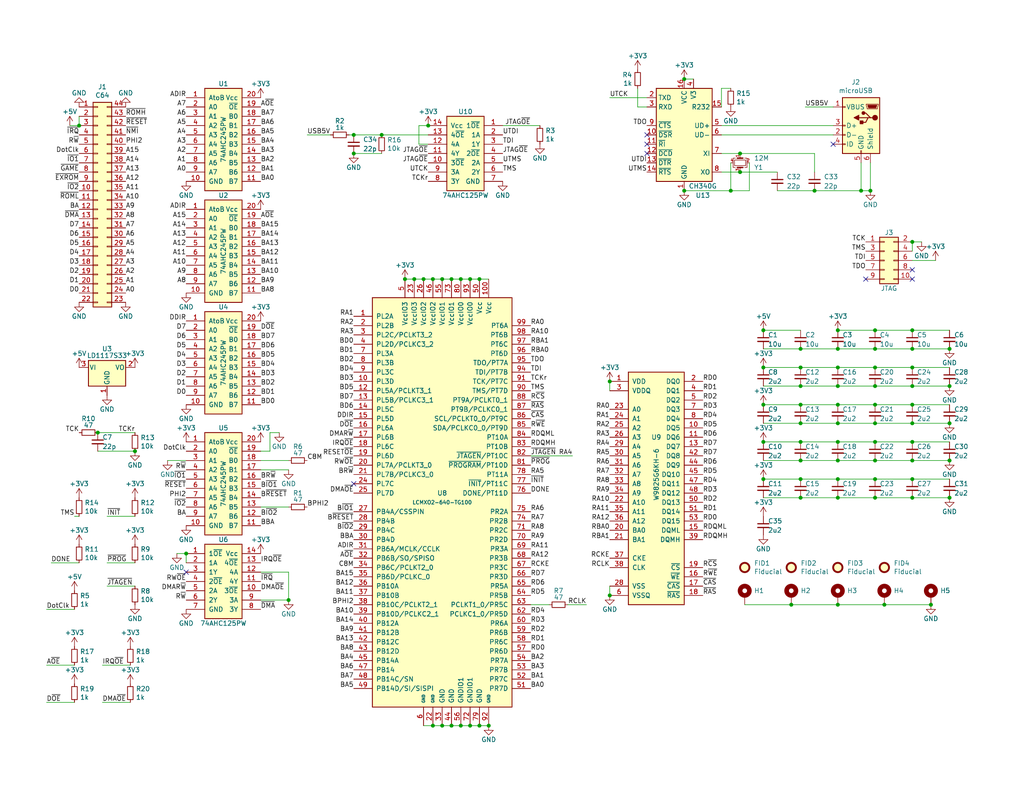
<source format=kicad_sch>
(kicad_sch (version 20211123) (generator eeschema)
  (paper "USLetter")
  (title_block (title "GW4302A") (date "2022-02-01") (rev "0.1") (company "Garrett's Workshop"))
  (junction (at 259.08 105.41))
  (junction (at 104.14 36.83))
  (junction (at 259.08 115.57))
  (junction (at 125.73 76.2))
  (junction (at 186.69 52.07))
  (junction (at 248.92 130.81))
  (junction (at 123.19 198.12))
  (junction (at 228.6 130.81))
  (junction (at 259.08 135.89))
  (junction (at 218.44 120.65))
  (junction (at 248.92 95.25))
  (junction (at 238.76 100.33))
  (junction (at 130.81 76.2))
  (junction (at 123.19 76.2))
  (junction (at 208.28 120.65))
  (junction (at 228.6 115.57))
  (junction (at 218.44 110.49))
  (junction (at 237.49 52.07))
  (junction (at 228.6 165.1))
  (junction (at 228.6 95.25))
  (junction (at 248.92 135.89))
  (junction (at 218.44 100.33))
  (junction (at 228.6 120.65))
  (junction (at 118.11 76.2))
  (junction (at 96.52 36.83))
  (junction (at 228.6 90.17))
  (junction (at 218.44 115.57))
  (junction (at 238.76 105.41))
  (junction (at 130.81 198.12))
  (junction (at 248.92 115.57))
  (junction (at 228.6 100.33))
  (junction (at 36.83 123.19))
  (junction (at 238.76 130.81))
  (junction (at 201.93 41.91))
  (junction (at 248.92 110.49))
  (junction (at 120.65 198.12))
  (junction (at 238.76 135.89))
  (junction (at 228.6 125.73))
  (junction (at 208.28 100.33))
  (junction (at 208.28 130.81))
  (junction (at 215.9 165.1))
  (junction (at 248.92 120.65))
  (junction (at 96.52 41.91))
  (junction (at 78.74 163.83))
  (junction (at 218.44 125.73))
  (junction (at 50.8 151.13))
  (junction (at 254 165.1))
  (junction (at 118.11 198.12))
  (junction (at 241.3 165.1))
  (junction (at 218.44 105.41))
  (junction (at 248.92 90.17))
  (junction (at 208.28 110.49))
  (junction (at 21.59 34.29))
  (junction (at 238.76 120.65))
  (junction (at 115.57 76.2))
  (junction (at 166.37 104.14))
  (junction (at 125.73 198.12))
  (junction (at 208.28 90.17))
  (junction (at 228.6 110.49))
  (junction (at 238.76 125.73))
  (junction (at 218.44 135.89))
  (junction (at 238.76 95.25))
  (junction (at 166.37 162.56))
  (junction (at 218.44 130.81))
  (junction (at 110.49 76.2))
  (junction (at 259.08 95.25))
  (junction (at 113.03 76.2))
  (junction (at 133.35 198.12))
  (junction (at 248.92 66.04))
  (junction (at 186.69 21.59))
  (junction (at 201.93 46.99))
  (junction (at 26.67 118.11))
  (junction (at 218.44 95.25))
  (junction (at 238.76 115.57))
  (junction (at 228.6 105.41))
  (junction (at 234.95 52.07))
  (junction (at 238.76 90.17))
  (junction (at 128.27 76.2))
  (junction (at 248.92 105.41))
  (junction (at 199.39 52.07))
  (junction (at 259.08 125.73))
  (junction (at 228.6 135.89))
  (junction (at 238.76 110.49))
  (junction (at 248.92 100.33))
  (junction (at 116.84 34.29))
  (junction (at 248.92 125.73))
  (junction (at 128.27 198.12))
  (junction (at 222.25 52.07))
  (junction (at 120.65 76.2))
  (no_connect (at 176.53 36.83))
  (no_connect (at 50.8 156.21))
  (no_connect (at 248.92 73.66))
  (no_connect (at 176.53 41.91))
  (no_connect (at 176.53 39.37))
  (no_connect (at 96.52 132.08))
  (no_connect (at 236.22 76.2))
  (no_connect (at 227.33 39.37))
  (no_connect (at 248.92 76.2))
  (wire (pts (xy 228.6 135.89) (xy 218.44 135.89)))
  (wire (pts (xy 115.57 76.2) (xy 118.11 76.2)))
  (wire (pts (xy 248.92 135.89) (xy 238.76 135.89)))
  (wire (pts (xy 208.28 125.73) (xy 218.44 125.73)))
  (wire (pts (xy 238.76 130.81) (xy 248.92 130.81)))
  (wire (pts (xy 29.21 153.67) (xy 36.83 153.67)))
  (wire (pts (xy 128.27 198.12) (xy 125.73 198.12)))
  (wire (pts (xy 78.74 125.73) (xy 71.12 125.73)))
  (wire (pts (xy 218.44 120.65) (xy 208.28 120.65)))
  (wire (pts (xy 228.6 125.73) (xy 238.76 125.73)))
  (wire (pts (xy 166.37 162.56) (xy 166.37 160.02)))
  (wire (pts (xy 95.25 36.83) (xy 96.52 36.83)))
  (wire (pts (xy 218.44 130.81) (xy 228.6 130.81)))
  (wire (pts (xy 123.19 198.12) (xy 120.65 198.12)))
  (wire (pts (xy 133.35 198.12) (xy 130.81 198.12)))
  (wire (pts (xy 196.85 41.91) (xy 201.93 41.91)))
  (wire (pts (xy 222.25 52.07) (xy 212.09 52.07)))
  (wire (pts (xy 248.92 95.25) (xy 259.08 95.25)))
  (wire (pts (xy 196.85 36.83) (xy 227.33 36.83)))
  (wire (pts (xy 248.92 115.57) (xy 259.08 115.57)))
  (wire (pts (xy 189.23 21.59) (xy 186.69 21.59)))
  (wire (pts (xy 228.6 125.73) (xy 218.44 125.73)))
  (wire (pts (xy 196.85 29.21) (xy 196.85 24.13)))
  (wire (pts (xy 237.49 44.45) (xy 237.49 52.07)))
  (wire (pts (xy 114.3 34.29) (xy 116.84 34.29)))
  (wire (pts (xy 120.65 76.2) (xy 123.19 76.2)))
  (wire (pts (xy 12.7 181.61) (xy 20.32 181.61)))
  (wire (pts (xy 248.92 95.25) (xy 238.76 95.25)))
  (wire (pts (xy 248.92 135.89) (xy 259.08 135.89)))
  (wire (pts (xy 248.92 90.17) (xy 259.08 90.17)))
  (wire (pts (xy 125.73 198.12) (xy 123.19 198.12)))
  (wire (pts (xy 218.44 120.65) (xy 228.6 120.65)))
  (wire (pts (xy 166.37 104.14) (xy 166.37 106.68)))
  (wire (pts (xy 238.76 90.17) (xy 248.92 90.17)))
  (wire (pts (xy 218.44 130.81) (xy 208.28 130.81)))
  (wire (pts (xy 71.12 163.83) (xy 78.74 163.83)))
  (wire (pts (xy 78.74 156.21) (xy 71.12 156.21)))
  (wire (pts (xy 218.44 110.49) (xy 208.28 110.49)))
  (wire (pts (xy 219.71 29.21) (xy 227.33 29.21)))
  (wire (pts (xy 199.39 44.45) (xy 199.39 52.07)))
  (wire (pts (xy 237.49 52.07) (xy 234.95 52.07)))
  (wire (pts (xy 228.6 95.25) (xy 238.76 95.25)))
  (wire (pts (xy 248.92 125.73) (xy 238.76 125.73)))
  (wire (pts (xy 204.47 52.07) (xy 199.39 52.07)))
  (wire (pts (xy 130.81 198.12) (xy 128.27 198.12)))
  (wire (pts (xy 50.8 151.13) (xy 50.8 153.67)))
  (wire (pts (xy 78.74 138.43) (xy 71.12 138.43)))
  (wire (pts (xy 114.3 39.37) (xy 116.84 39.37)))
  (wire (pts (xy 104.14 36.83) (xy 116.84 36.83)))
  (wire (pts (xy 76.2 118.11) (xy 73.66 118.11)))
  (wire (pts (xy 73.66 123.19) (xy 71.12 123.19)))
  (wire (pts (xy 227.33 34.29) (xy 196.85 34.29)))
  (wire (pts (xy 228.6 95.25) (xy 218.44 95.25)))
  (wire (pts (xy 222.25 52.07) (xy 234.95 52.07)))
  (wire (pts (xy 36.83 123.19) (xy 26.67 123.19)))
  (wire (pts (xy 27.94 181.61) (xy 35.56 181.61)))
  (wire (pts (xy 104.14 41.91) (xy 96.52 41.91)))
  (wire (pts (xy 130.81 76.2) (xy 133.35 76.2)))
  (wire (pts (xy 222.25 41.91) (xy 222.25 46.99)))
  (wire (pts (xy 110.49 76.2) (xy 113.03 76.2)))
  (wire (pts (xy 248.92 125.73) (xy 259.08 125.73)))
  (wire (pts (xy 149.86 165.1) (xy 144.78 165.1)))
  (wire (pts (xy 160.02 165.1) (xy 154.94 165.1)))
  (wire (pts (xy 248.92 105.41) (xy 259.08 105.41)))
  (wire (pts (xy 228.6 115.57) (xy 218.44 115.57)))
  (wire (pts (xy 248.92 105.41) (xy 238.76 105.41)))
  (wire (pts (xy 166.37 26.67) (xy 176.53 26.67)))
  (wire (pts (xy 228.6 110.49) (xy 238.76 110.49)))
  (wire (pts (xy 238.76 100.33) (xy 248.92 100.33)))
  (wire (pts (xy 196.85 24.13) (xy 199.39 24.13)))
  (wire (pts (xy 228.6 165.1) (xy 215.9 165.1)))
  (wire (pts (xy 71.12 128.27) (xy 78.74 128.27)))
  (wire (pts (xy 248.92 120.65) (xy 259.08 120.65)))
  (wire (pts (xy 204.47 44.45) (xy 204.47 52.07)))
  (wire (pts (xy 208.28 115.57) (xy 218.44 115.57)))
  (wire (pts (xy 45.72 125.73) (xy 50.8 125.73)))
  (wire (pts (xy 238.76 120.65) (xy 248.92 120.65)))
  (wire (pts (xy 218.44 110.49) (xy 228.6 110.49)))
  (wire (pts (xy 228.6 100.33) (xy 238.76 100.33)))
  (wire (pts (xy 125.73 76.2) (xy 128.27 76.2)))
  (wire (pts (xy 186.69 52.07) (xy 199.39 52.07)))
  (wire (pts (xy 208.28 135.89) (xy 218.44 135.89)))
  (wire (pts (xy 12.7 191.77) (xy 20.32 191.77)))
  (wire (pts (xy 228.6 105.41) (xy 238.76 105.41)))
  (wire (pts (xy 156.21 124.46) (xy 144.78 124.46)))
  (wire (pts (xy 114.3 34.29) (xy 114.3 39.37)))
  (wire (pts (xy 228.6 130.81) (xy 238.76 130.81)))
  (wire (pts (xy 238.76 110.49) (xy 248.92 110.49)))
  (wire (pts (xy 248.92 110.49) (xy 259.08 110.49)))
  (wire (pts (xy 228.6 90.17) (xy 238.76 90.17)))
  (wire (pts (xy 248.92 130.81) (xy 259.08 130.81)))
  (wire (pts (xy 255.27 71.12) (xy 248.92 71.12)))
  (wire (pts (xy 215.9 165.1) (xy 203.2 165.1)))
  (wire (pts (xy 228.6 120.65) (xy 238.76 120.65)))
  (wire (pts (xy 218.44 90.17) (xy 208.28 90.17)))
  (wire (pts (xy 123.19 76.2) (xy 125.73 76.2)))
  (wire (pts (xy 13.97 153.67) (xy 21.59 153.67)))
  (wire (pts (xy 218.44 100.33) (xy 228.6 100.33)))
  (wire (pts (xy 248.92 115.57) (xy 238.76 115.57)))
  (wire (pts (xy 234.95 44.45) (xy 234.95 52.07)))
  (wire (pts (xy 208.28 95.25) (xy 218.44 95.25)))
  (wire (pts (xy 27.94 191.77) (xy 35.56 191.77)))
  (wire (pts (xy 241.3 165.1) (xy 228.6 165.1)))
  (wire (pts (xy 201.93 41.91) (xy 222.25 41.91)))
  (wire (pts (xy 26.67 118.11) (xy 36.83 118.11)))
  (wire (pts (xy 118.11 198.12) (xy 115.57 198.12)))
  (wire (pts (xy 218.44 100.33) (xy 208.28 100.33)))
  (wire (pts (xy 254 165.1) (xy 241.3 165.1)))
  (wire (pts (xy 90.17 36.83) (xy 83.82 36.83)))
  (wire (pts (xy 118.11 76.2) (xy 120.65 76.2)))
  (wire (pts (xy 96.52 36.83) (xy 104.14 36.83)))
  (wire (pts (xy 228.6 105.41) (xy 218.44 105.41)))
  (wire (pts (xy 248.92 100.33) (xy 259.08 100.33)))
  (wire (pts (xy 12.7 166.37) (xy 20.32 166.37)))
  (wire (pts (xy 208.28 105.41) (xy 218.44 105.41)))
  (wire (pts (xy 196.85 46.99) (xy 201.93 46.99)))
  (wire (pts (xy 248.92 66.04) (xy 248.92 68.58)))
  (wire (pts (xy 173.99 29.21) (xy 176.53 29.21)))
  (wire (pts (xy 19.05 34.29) (xy 21.59 34.29)))
  (wire (pts (xy 29.21 140.97) (xy 36.83 140.97)))
  (wire (pts (xy 113.03 76.2) (xy 115.57 76.2)))
  (wire (pts (xy 228.6 115.57) (xy 238.76 115.57)))
  (wire (pts (xy 201.93 46.99) (xy 212.09 46.99)))
  (wire (pts (xy 73.66 118.11) (xy 73.66 123.19)))
  (wire (pts (xy 128.27 76.2) (xy 130.81 76.2)))
  (wire (pts (xy 228.6 135.89) (xy 238.76 135.89)))
  (wire (pts (xy 173.99 29.21) (xy 173.99 24.13)))
  (wire (pts (xy 78.74 163.83) (xy 78.74 156.21)))
  (wire (pts (xy 48.26 151.13) (xy 50.8 151.13)))
  (wire (pts (xy 137.16 34.29) (xy 147.32 34.29)))
  (wire (pts (xy 29.21 160.02) (xy 36.83 160.02)))
  (wire (pts (xy 120.65 198.12) (xy 118.11 198.12)))
  (wire (pts (xy 20.32 140.97) (xy 21.59 140.97)))
  (wire (pts (xy 21.59 34.29) (xy 21.59 31.75)))
  (wire (pts (xy 248.92 66.04) (xy 251.46 66.04)))
  (label "A3" (at 50.8 39.37 180))
  (label "BA5" (at 71.12 36.83 0))
  (label "D0" (at 21.59 80.01 180))
  (label "TCK" (at 21.59 118.11 180))
  (label "RDQML" (at 191.77 144.78 0))
  (label "IRQ~{OE}" (at 27.94 181.61 0))
  (label "~{IO1}" (at 50.8 130.81 180))
  (label "D3" (at 50.8 100.33 180))
  (label "BA0" (at 144.78 187.96 0))
  (label "D5" (at 50.8 95.25 180))
  (label "D4" (at 50.8 97.79 180))
  (label "~{GAME}" (at 21.59 46.99 180))
  (label "RD2" (at 144.78 172.72 0))
  (label "RA7" (at 144.78 142.24 0))
  (label "~{RESET}" (at 34.29 34.29 0))
  (label "A5" (at 50.8 34.29 180))
  (label "D2" (at 21.59 74.93 180))
  (label "B~{RESET}" (at 96.52 142.24 180))
  (label "RD7" (at 144.78 157.48 0))
  (label "A8" (at 50.8 77.47 180))
  (label "RA2" (at 96.52 88.9 180))
  (label "BD5" (at 71.12 97.79 0))
  (label "RA6" (at 166.37 127 180))
  (label "BA12" (at 96.52 160.02 180))
  (label "R~{W}" (at 50.8 128.27 180))
  (label "D~{OE}" (at 96.52 116.84 180))
  (label "RBA0" (at 144.78 96.52 0))
  (label "D5" (at 21.59 67.31 180))
  (label "A15" (at 50.8 59.69 180))
  (label "ADIR" (at 50.8 57.15 180))
  (label "PHI2" (at 34.29 39.37 0))
  (label "C8M" (at 96.52 154.94 180))
  (label "A~{OE}" (at 96.52 152.4 180))
  (label "BA7" (at 71.12 31.75 0))
  (label "A10" (at 50.8 72.39 180))
  (label "RD1" (at 144.78 175.26 0))
  (label "BD4" (at 71.12 100.33 0))
  (label "RD6" (at 191.77 119.38 0))
  (label "JTAG~{OE}" (at 144.78 34.29 180))
  (label "BD0" (at 71.12 110.49 0))
  (label "JTAG~{OE}" (at 137.16 41.91 0))
  (label "DMAR~{W}" (at 96.52 119.38 180))
  (label "BD7" (at 96.52 109.22 180))
  (label "A6" (at 34.29 64.77 0))
  (label "BA14" (at 71.12 64.77 0))
  (label "R~{WE}" (at 191.77 157.48 0))
  (label "RD1" (at 191.77 139.7 0))
  (label "BA13" (at 96.52 175.26 180))
  (label "RDQMH" (at 191.77 147.32 0))
  (label "RCLK" (at 160.02 165.1 180))
  (label "BA14" (at 96.52 170.18 180))
  (label "B~{RESET}" (at 71.12 135.89 0))
  (label "RBA1" (at 144.78 93.98 0))
  (label "BA9" (at 96.52 172.72 180))
  (label "UTCK" (at 166.37 26.67 0))
  (label "BD1" (at 71.12 107.95 0))
  (label "TDI" (at 137.16 39.37 0))
  (label "A13" (at 34.29 46.99 0))
  (label "D6" (at 50.8 92.71 180))
  (label "BD2" (at 96.52 99.06 180))
  (label "D2" (at 50.8 102.87 180))
  (label "DDIR" (at 96.52 114.3 180))
  (label "DONE" (at 144.78 134.62 0))
  (label "RD5" (at 191.77 116.84 0))
  (label "RCKE" (at 166.37 152.4 180))
  (label "RA6" (at 144.78 139.7 0))
  (label "~{INIT}" (at 29.21 140.97 0))
  (label "RCLK" (at 166.37 154.94 180))
  (label "RA7" (at 166.37 129.54 180))
  (label "A0" (at 50.8 46.99 180))
  (label "~{IRQ}" (at 71.12 158.75 0))
  (label "RD6" (at 144.78 160.02 0))
  (label "D4" (at 21.59 69.85 180))
  (label "RA10" (at 144.78 91.44 0))
  (label "~{RAS}" (at 144.78 111.76 0))
  (label "A5" (at 34.29 67.31 0))
  (label "DotClk" (at 21.59 41.91 180))
  (label "A7" (at 34.29 62.23 0))
  (label "A7" (at 50.8 29.21 180))
  (label "PHI2" (at 50.8 135.89 180))
  (label "~{ROMH}" (at 34.29 31.75 0))
  (label "BPHI2" (at 96.52 165.1 180))
  (label "BA2" (at 71.12 44.45 0))
  (label "RD5" (at 144.78 162.56 0))
  (label "A9" (at 50.8 74.93 180))
  (label "UTMS" (at 137.16 44.45 0))
  (label "BA10" (at 71.12 74.93 0))
  (label "BA1" (at 144.78 185.42 0))
  (label "USB5V" (at 83.82 36.83 0))
  (label "RA0" (at 166.37 111.76 180))
  (label "A10" (at 34.29 54.61 0))
  (label "BD4" (at 96.52 101.6 180))
  (label "RA5" (at 144.78 129.54 0))
  (label "TMS" (at 137.16 46.99 0))
  (label "BD3" (at 96.52 104.14 180))
  (label "~{CAS}" (at 144.78 114.3 0))
  (label "BD2" (at 71.12 105.41 0))
  (label "DDIR" (at 50.8 87.63 180))
  (label "UTMS" (at 176.53 46.99 180))
  (label "TMS" (at 236.22 68.58 180))
  (label "RA10" (at 166.37 137.16 180))
  (label "TMS" (at 20.32 140.97 180))
  (label "DONE" (at 13.97 153.67 0))
  (label "ADIR" (at 96.52 149.86 180))
  (label "~{IO2}" (at 21.59 52.07 180))
  (label "RD2" (at 191.77 137.16 0))
  (label "RD7" (at 191.77 124.46 0))
  (label "C8M" (at 83.82 125.73 0))
  (label "BA3" (at 144.78 182.88 0))
  (label "BA" (at 50.8 140.97 180))
  (label "BD1" (at 96.52 96.52 180))
  (label "TCK" (at 236.22 66.04 180))
  (label "~{RAS}" (at 191.77 162.56 0))
  (label "BA3" (at 71.12 41.91 0))
  (label "A~{OE}" (at 12.7 181.61 0))
  (label "A0" (at 34.29 80.01 0))
  (label "RDQMH" (at 144.78 121.92 0))
  (label "BA7" (at 96.52 185.42 180))
  (label "BA6" (at 96.52 182.88 180))
  (label "UTDI" (at 176.53 44.45 180))
  (label "RDQML" (at 144.78 119.38 0))
  (label "BD6" (at 71.12 95.25 0))
  (label "RESET~{OE}" (at 96.52 124.46 180))
  (label "BA15" (at 96.52 157.48 180))
  (label "RA11" (at 166.37 139.7 180))
  (label "UTDI" (at 137.16 36.83 0))
  (label "JTAG~{OE}" (at 116.84 44.45 180))
  (label "RD5" (at 191.77 129.54 0))
  (label "BA2" (at 144.78 180.34 0))
  (label "BD0" (at 96.52 93.98 180))
  (label "~{INIT}" (at 144.78 132.08 0))
  (label "RA3" (at 166.37 119.38 180))
  (label "B~{IO2}" (at 71.12 140.97 0))
  (label "ADIR" (at 50.8 26.67 180))
  (label "A4" (at 34.29 69.85 0))
  (label "BR~{W}" (at 71.12 130.81 0))
  (label "DMA~{OE}" (at 27.94 191.77 0))
  (label "RBA1" (at 166.37 147.32 180))
  (label "A15" (at 34.29 41.91 0))
  (label "BA9" (at 71.12 77.47 0))
  (label "RD6" (at 191.77 127 0))
  (label "TDI" (at 144.78 101.6 0))
  (label "RBA0" (at 166.37 144.78 180))
  (label "A3" (at 34.29 72.39 0))
  (label "A1" (at 50.8 44.45 180))
  (label "A8" (at 34.29 59.69 0))
  (label "A2" (at 34.29 74.93 0))
  (label "BA8" (at 71.12 80.01 0))
  (label "BA11" (at 71.12 72.39 0))
  (label "RD3" (at 191.77 134.62 0))
  (label "~{ROML}" (at 21.59 54.61 180))
  (label "BD5" (at 96.52 106.68 180))
  (label "A14" (at 34.29 44.45 0))
  (label "A11" (at 50.8 69.85 180))
  (label "R~{W}" (at 21.59 39.37 180))
  (label "R~{CS}" (at 144.78 109.22 0))
  (label "RA4" (at 156.21 124.46 180))
  (label "A12" (at 34.29 49.53 0))
  (label "RD4" (at 144.78 167.64 0))
  (label "B~{IO2}" (at 96.52 144.78 180))
  (label "TCKr" (at 116.84 49.53 180))
  (label "BA0" (at 71.12 49.53 0))
  (label "RA12" (at 166.37 142.24 180))
  (label "~{PROG}" (at 144.78 127 0))
  (label "TDO" (at 236.22 73.66 180))
  (label "RA3" (at 96.52 91.44 180))
  (label "TDO" (at 176.53 34.29 180))
  (label "A~{OE}" (at 71.12 29.21 0))
  (label "BA4" (at 71.12 39.37 0))
  (label "USB5V" (at 219.71 29.21 0))
  (label "UTCK" (at 116.84 46.99 180))
  (label "D6" (at 21.59 64.77 180))
  (label "TMS" (at 144.78 106.68 0))
  (label "RA2" (at 166.37 116.84 180))
  (label "D1" (at 21.59 77.47 180))
  (label "BA11" (at 96.52 162.56 180))
  (label "BA5" (at 96.52 187.96 180))
  (label "A2" (at 50.8 41.91 180))
  (label "RA9" (at 144.78 147.32 0))
  (label "~{JTAGEN}" (at 144.78 124.46 0))
  (label "RW~{OE}" (at 96.52 127 180))
  (label "IRQ~{OE}" (at 96.52 121.92 180))
  (label "D1" (at 50.8 105.41 180))
  (label "RA5" (at 166.37 124.46 180))
  (label "BD6" (at 96.52 111.76 180))
  (label "TDI" (at 236.22 71.12 180))
  (label "RD7" (at 191.77 121.92 0))
  (label "A~{OE}" (at 71.12 59.69 0))
  (label "RA0" (at 144.78 88.9 0))
  (label "RA8" (at 144.78 144.78 0))
  (label "D7" (at 21.59 62.23 180))
  (label "D3" (at 21.59 72.39 180))
  (label "RA9" (at 166.37 134.62 180))
  (label "RA1" (at 166.37 114.3 180))
  (label "A9" (at 34.29 57.15 0))
  (label "D~{OE}" (at 12.7 191.77 0))
  (label "~{CAS}" (at 191.77 160.02 0))
  (label "IRQ~{OE}" (at 71.12 153.67 0))
  (label "BA" (at 21.59 57.15 180))
  (label "RA8" (at 166.37 132.08 180))
  (label "~{EXROM}" (at 21.59 49.53 180))
  (label "DotClk" (at 12.7 166.37 0))
  (label "RD2" (at 191.77 109.22 0))
  (label "A12" (at 50.8 67.31 180))
  (label "B~{IO1}" (at 71.12 133.35 0))
  (label "~{RESET}" (at 50.8 133.35 180))
  (label "~{PROG}" (at 29.21 153.67 0))
  (label "~{JTAGEN}" (at 29.21 160.02 0))
  (label "A14" (at 50.8 62.23 180))
  (label "BA4" (at 96.52 180.34 180))
  (label "A11" (at 34.29 52.07 0))
  (label "RA4" (at 166.37 121.92 180))
  (label "DMA~{OE}" (at 71.12 161.29 0))
  (label "B~{IO1}" (at 96.52 139.7 180))
  (label "BA8" (at 96.52 177.8 180))
  (label "TCKr" (at 144.78 104.14 0))
  (label "BBA" (at 96.52 147.32 180))
  (label "BR~{W}" (at 96.52 129.54 180))
  (label "RD0" (at 191.77 142.24 0))
  (label "A1" (at 34.29 77.47 0))
  (label "BA15" (at 71.12 62.23 0))
  (label "RA1" (at 96.52 86.36 180))
  (label "A6" (at 50.8 31.75 180))
  (label "DotClk" (at 50.8 123.19 180))
  (label "D7" (at 50.8 90.17 180))
  (label "R~{WE}" (at 144.78 116.84 0))
  (label "RD3" (at 144.78 170.18 0))
  (label "~{IO1}" (at 21.59 44.45 180))
  (label "RD0" (at 191.77 104.14 0))
  (label "RD4" (at 191.77 114.3 0))
  (label "RW~{OE}" (at 50.8 158.75 180))
  (label "JTAG~{OE}" (at 116.84 41.91 180))
  (label "RCKE" (at 144.78 154.94 0))
  (label "~{IO2}" (at 50.8 138.43 180))
  (label "BA12" (at 71.12 69.85 0))
  (label "BA1" (at 71.12 46.99 0))
  (label "R~{W}" (at 50.8 163.83 180))
  (label "BA6" (at 71.12 34.29 0))
  (label "RD0" (at 144.78 177.8 0))
  (label "BD3" (at 71.12 102.87 0))
  (label "BD7" (at 71.12 92.71 0))
  (label "DMA~{OE}" (at 96.52 134.62 180))
  (label "R~{CS}" (at 191.77 154.94 0))
  (label "RD4" (at 191.77 132.08 0))
  (label "RA11" (at 144.78 149.86 0))
  (label "D0" (at 50.8 107.95 180))
  (label "RA12" (at 144.78 152.4 0))
  (label "RD1" (at 191.77 106.68 0))
  (label "~{NMI}" (at 34.29 36.83 0))
  (label "BA10" (at 96.52 167.64 180))
  (label "RD3" (at 191.77 111.76 0))
  (label "A13" (at 50.8 64.77 180))
  (label "A4" (at 50.8 36.83 180))
  (label "DMAR~{W}" (at 50.8 161.29 180))
  (label "~{IRQ}" (at 21.59 36.83 180))
  (label "TDO" (at 144.78 99.06 0))
  (label "~{DMA}" (at 71.12 166.37 0))
  (label "~{DMA}" (at 21.59 59.69 180))
  (label "BPHI2" (at 83.82 138.43 0))
  (label "D~{OE}" (at 71.12 90.17 0))
  (label "BBA" (at 71.12 143.51 0))
  (label "BA13" (at 71.12 67.31 0))
  (label "TCKr" (at 36.83 118.11 180))
  (symbol (lib_id "Regulator_Linear:LD1117S33TR_SOT223") (at 29.21 100.33 0) (unit 1)
    (property "Reference" "U3" (at 29.21 95.25 0))
    (property "Value" "LD1117S33" (at 29.21 97.79 0) (effects (justify bottom)))
    (property "Footprint" "stdpads:SOT-223" (effects hide))
    (property "Datasheet" "http://www.st.com/st-web-ui/static/active/en/resource/technical/document/datasheet/CD00000544.pdf" (effects hide))
    (property "LCSC Part" "C108494" (effects hide))
  )
  (symbol (lib_id "Mechanical:Fiducial") (at 203.2 154.94 0) (unit 1)
    (property "Reference" "FID1" (at 205.74 153.7716 0) (effects (justify left)))
    (property "Value" "Fiducial" (at 205.74 156.083 0) (effects (justify left)))
    (property "Footprint" "stdpads:Fiducial" (effects hide))
  )
  (symbol (lib_id "Mechanical:MountingHole_Pad") (at 203.2 162.56 0) (unit 1)
    (property "Reference" "H1" (at 205.74 161.2646 0) (effects (justify left)))
    (property "Value" " " (at 205.74 163.576 0) (effects (justify left)))
    (property "Footprint" "stdpads:PasteHole_1.1mm_PTH" (effects hide))
  )
  (symbol (lib_id "Mechanical:MountingHole_Pad") (at 228.6 162.56 0) (unit 1)
    (property "Reference" "H3" (at 231.14 161.2646 0) (effects (justify left)))
    (property "Value" " " (at 231.14 163.576 0) (effects (justify left)))
    (property "Footprint" "stdpads:PasteHole_1.152mm_NPTH" (effects hide))
  )
  (symbol (lib_id "Mechanical:MountingHole_Pad") (at 215.9 162.56 0) (mirror y) (unit 1)
    (property "Reference" "H2" (at 218.44 161.2646 0) (effects (justify right)))
    (property "Value" " " (at 218.44 163.576 0) (effects (justify right)))
    (property "Footprint" "stdpads:PasteHole_1.1mm_PTH" (effects hide))
  )
  (symbol (lib_id "Mechanical:MountingHole_Pad") (at 241.3 162.56 0) (mirror y) (unit 1)
    (property "Reference" "H4" (at 243.84 161.2646 0) (effects (justify right)))
    (property "Value" " " (at 243.84 163.576 0) (effects (justify right)))
    (property "Footprint" "stdpads:PasteHole_1.152mm_NPTH" (effects hide))
  )
  (symbol (lib_id "power:+5V") (at 21.59 100.33 0) (mirror y) (unit 1)
    (property "Reference" "#PWR0135" (effects hide))
    (property "Value" "+5V" (at 21.59 96.52 0))
  )
  (symbol (lib_id "power:GND") (at 29.21 107.95 0) (mirror y) (unit 1)
    (property "Reference" "#PWR0136" (effects hide))
    (property "Value" "GND" (at 29.21 111.76 0))
  )
  (symbol (lib_id "Mechanical:Fiducial") (at 215.9 154.94 0) (unit 1)
    (property "Reference" "FID2" (at 218.44 153.7716 0) (effects (justify left)))
    (property "Value" "Fiducial" (at 218.44 156.083 0) (effects (justify left)))
    (property "Footprint" "stdpads:Fiducial" (effects hide))
  )
  (symbol (lib_id "Mechanical:Fiducial") (at 228.6 154.94 0) (unit 1)
    (property "Reference" "FID3" (at 231.14 153.7716 0) (effects (justify left)))
    (property "Value" "Fiducial" (at 231.14 156.083 0) (effects (justify left)))
    (property "Footprint" "stdpads:Fiducial" (effects hide))
  )
  (symbol (lib_id "Mechanical:Fiducial") (at 241.3 154.94 0) (unit 1)
    (property "Reference" "FID4" (at 243.84 153.7716 0) (effects (justify left)))
    (property "Value" "Fiducial" (at 243.84 156.083 0) (effects (justify left)))
    (property "Footprint" "stdpads:Fiducial" (effects hide))
  )
  (symbol (lib_id "power:+3V3") (at 36.83 100.33 0) (unit 1)
    (property "Reference" "#PWR0112" (effects hide))
    (property "Value" "+3V3" (at 36.83 96.52 0))
  )
  (symbol (lib_id "Connector_Generic:Conn_02x22_Counter_Clockwise") (at 26.67 54.61 0) (unit 1)
    (property "Reference" "J1" (at 27.94 23.6982 0))
    (property "Value" "C64" (at 27.94 26.0096 0))
    (property "Footprint" "stdpads:AppleIIgsMemoryExpansion_Edge" (effects hide))
  )
  (symbol (lib_id "power:GND") (at 21.59 29.21 180) (unit 1)
    (property "Reference" "#PWR0121" (effects hide))
    (property "Value" "GND" (at 21.59 25.4 0))
  )
  (symbol (lib_id "power:+5V") (at 19.05 34.29 0) (unit 1)
    (property "Reference" "#PWR0122" (effects hide))
    (property "Value" "+5V" (at 19.05 30.48 0))
  )
  (symbol (lib_id "power:GND") (at 21.59 82.55 0) (unit 1)
    (property "Reference" "#PWR0123" (effects hide))
    (property "Value" "GND" (at 21.59 86.36 0))
  )
  (symbol (lib_id "power:GND") (at 34.29 82.55 0) (unit 1)
    (property "Reference" "#PWR0124" (effects hide))
    (property "Value" "GND" (at 34.29 86.36 0))
  )
  (symbol (lib_id "power:GND") (at 34.29 29.21 180) (unit 1)
    (property "Reference" "#PWR0125" (effects hide))
    (property "Value" "GND" (at 34.29 25.4 0))
  )
  (symbol (lib_id "power:+5V") (at 208.28 90.17 0) (mirror y) (unit 1)
    (property "Reference" "#PWR0104" (effects hide))
    (property "Value" "+5V" (at 208.28 86.36 0))
  )
  (symbol (lib_id "power:+3V3") (at 228.6 90.17 0) (unit 1)
    (property "Reference" "#PWR0105" (effects hide))
    (property "Value" "+3V3" (at 228.6 86.36 0))
  )
  (symbol (lib_id "power:GND") (at 259.08 95.25 0) (mirror y) (unit 1)
    (property "Reference" "#PWR0107" (effects hide))
    (property "Value" "GND" (at 259.08 99.06 0))
  )
  (symbol (lib_id "Device:C_Small") (at 208.28 92.71 0) (unit 1)
    (property "Reference" "C1" (at 209.55 91.44 0) (effects (justify left)))
    (property "Value" "10u" (at 209.55 93.98 0) (effects (justify left)))
    (property "Footprint" "stdpads:C_0805" (effects hide))
    (property "LCSC Part" "C15850" (effects hide))
  )
  (symbol (lib_id "Device:C_Small") (at 218.44 92.71 0) (unit 1)
    (property "Reference" "C2" (at 219.71 91.44 0) (effects (justify left)))
    (property "Value" "10u" (at 219.71 93.98 0) (effects (justify left)))
    (property "Footprint" "stdpads:C_0805" (effects hide))
    (property "LCSC Part" "C15850" (effects hide))
  )
  (symbol (lib_id "Device:C_Small") (at 248.92 92.71 0) (unit 1)
    (property "Reference" "C5" (at 250.19 91.44 0) (effects (justify left)))
    (property "Value" "10u" (at 250.19 93.98 0) (effects (justify left)))
    (property "Footprint" "stdpads:C_0805" (effects hide))
    (property "LCSC Part" "C15850" (effects hide))
  )
  (symbol (lib_id "Device:C_Small") (at 238.76 92.71 0) (unit 1)
    (property "Reference" "C4" (at 240.03 91.44 0) (effects (justify left)))
    (property "Value" "10u" (at 240.03 93.98 0) (effects (justify left)))
    (property "Footprint" "stdpads:C_0805" (effects hide))
    (property "LCSC Part" "C15850" (effects hide))
  )
  (symbol (lib_id "power:GND") (at 36.83 123.19 0) (unit 1)
    (property "Reference" "#PWR0128" (effects hide))
    (property "Value" "GND" (at 36.83 127 0))
  )
  (symbol (lib_id "power:+3V3") (at 21.59 135.89 0) (unit 1)
    (property "Reference" "#PWR0129" (effects hide))
    (property "Value" "+3V3" (at 21.59 132.08 0))
  )
  (symbol (lib_id "Device:C_Small") (at 212.09 49.53 0) (unit 1)
    (property "Reference" "C32" (at 214.63 48.26 0) (effects (justify left)))
    (property "Value" "22p" (at 214.63 50.8 0) (effects (justify left)))
    (property "Footprint" "stdpads:C_0603" (effects hide))
    (property "LCSC Part" "C1653" (effects hide))
  )
  (symbol (lib_id "Device:C_Small") (at 222.25 49.53 0) (unit 1)
    (property "Reference" "C33" (at 224.79 48.26 0) (effects (justify left)))
    (property "Value" "22p" (at 224.79 50.8 0) (effects (justify left)))
    (property "Footprint" "stdpads:C_0603" (effects hide))
    (property "LCSC Part" "C1653" (effects hide))
  )
  (symbol (lib_id "Connector_Generic:Conn_02x05_Odd_Even") (at 241.3 71.12 0) (unit 1)
    (property "Reference" "J3" (at 242.57 63.5 0))
    (property "Value" "JTAG" (at 242.57 78.74 0))
    (property "Footprint" "Connector:Tag-Connect_TC2050-IDC-FP_2x05_P1.27mm_Vertical" (effects hide))
  )
  (symbol (lib_id "power:+3V3") (at 255.27 71.12 0) (unit 1)
    (property "Reference" "#PWR0157" (effects hide))
    (property "Value" "+3V3" (at 255.27 67.31 0))
  )
  (symbol (lib_id "Connector:USB_B_Micro") (at 234.95 34.29 0) (mirror y) (unit 1)
    (property "Reference" "J2" (at 233.5022 22.4282 0))
    (property "Value" "microUSB" (at 233.5022 24.7396 0))
    (property "Footprint" "stdpads:USB_Micro-B_ShouHan_MicroXNJ" (effects hide))
    (property "LCSC Part" "C404969" (effects hide))
  )
  (symbol (lib_id "GW_Logic:74245") (at 60.96 38.1 0) (unit 1)
    (property "Reference" "U1" (at 60.96 22.86 0))
    (property "Value" "74AHC245PW" (at 60.96 38.1 90))
    (property "Footprint" "stdpads:TSSOP-20_4.4x6.5mm_P0.65mm" (effects hide))
    (property "LCSC Part" "C132987" (effects hide))
  )
  (symbol (lib_id "power:GND") (at 50.8 49.53 0) (unit 1)
    (property "Reference" "#PWR0101" (effects hide))
    (property "Value" "GND" (at 50.8 53.34 0))
  )
  (symbol (lib_id "power:+3V3") (at 71.12 26.67 0) (unit 1)
    (property "Reference" "#PWR0102" (effects hide))
    (property "Value" "+3V3" (at 71.12 22.86 0))
  )
  (symbol (lib_id "GW_Logic:74245") (at 60.96 68.58 0) (unit 1)
    (property "Reference" "U2" (at 60.96 53.34 0))
    (property "Value" "74AHC245PW" (at 60.96 68.58 90))
    (property "Footprint" "stdpads:TSSOP-20_4.4x6.5mm_P0.65mm" (effects hide))
    (property "LCSC Part" "C132987" (effects hide))
  )
  (symbol (lib_id "power:GND") (at 50.8 80.01 0) (unit 1)
    (property "Reference" "#PWR0103" (effects hide))
    (property "Value" "GND" (at 50.8 83.82 0))
  )
  (symbol (lib_id "power:+3V3") (at 71.12 57.15 0) (unit 1)
    (property "Reference" "#PWR0106" (effects hide))
    (property "Value" "+3V3" (at 71.12 53.34 0))
  )
  (symbol (lib_id "GW_Logic:74245") (at 60.96 99.06 0) (unit 1)
    (property "Reference" "U4" (at 60.96 83.82 0))
    (property "Value" "74AHC245PW" (at 60.96 99.06 90))
    (property "Footprint" "stdpads:TSSOP-20_4.4x6.5mm_P0.65mm" (effects hide))
    (property "LCSC Part" "C132987" (effects hide))
  )
  (symbol (lib_id "power:GND") (at 50.8 110.49 0) (unit 1)
    (property "Reference" "#PWR0108" (effects hide))
    (property "Value" "GND" (at 50.8 114.3 0))
  )
  (symbol (lib_id "power:+3V3") (at 71.12 87.63 0) (unit 1)
    (property "Reference" "#PWR0109" (effects hide))
    (property "Value" "+3V3" (at 71.12 83.82 0))
  )
  (symbol (lib_id "GW_Logic:74245") (at 60.96 132.08 0) (unit 1)
    (property "Reference" "U5" (at 60.96 116.84 0))
    (property "Value" "74AHC245PW" (at 60.96 132.08 90))
    (property "Footprint" "stdpads:TSSOP-20_4.4x6.5mm_P0.65mm" (effects hide))
    (property "LCSC Part" "C132987" (effects hide))
  )
  (symbol (lib_id "power:GND") (at 50.8 143.51 0) (unit 1)
    (property "Reference" "#PWR0110" (effects hide))
    (property "Value" "GND" (at 50.8 147.32 0))
  )
  (symbol (lib_id "power:+3V3") (at 71.12 120.65 0) (unit 1)
    (property "Reference" "#PWR0111" (effects hide))
    (property "Value" "+3V3" (at 71.12 116.84 0))
  )
  (symbol (lib_id "power:+3V3") (at 50.8 120.65 0) (unit 1)
    (property "Reference" "#PWR0113" (effects hide))
    (property "Value" "+3V3" (at 50.8 116.84 0))
  )
  (symbol (lib_id "power:GND") (at 76.2 118.11 0) (unit 1)
    (property "Reference" "#PWR0114" (effects hide))
    (property "Value" "GND" (at 76.2 121.92 0))
  )
  (symbol (lib_id "GW_Logic:74125") (at 60.96 158.75 0) (unit 1)
    (property "Reference" "U6" (at 60.96 147.32 0))
    (property "Value" "74AHC125PW" (at 60.96 170.18 0))
    (property "Footprint" "stdpads:TSSOP-14_4.4x5mm_P0.65mm" (effects hide))
    (property "LCSC Part" "C129518" (effects hide))
  )
  (symbol (lib_id "power:GND") (at 78.74 163.83 0) (unit 1)
    (property "Reference" "#PWR0115" (effects hide))
    (property "Value" "GND" (at 78.74 167.64 0))
  )
  (symbol (lib_id "power:GND") (at 50.8 166.37 0) (unit 1)
    (property "Reference" "#PWR0116" (effects hide))
    (property "Value" "GND" (at 50.8 170.18 0))
  )
  (symbol (lib_id "power:+3V3") (at 71.12 151.13 0) (unit 1)
    (property "Reference" "#PWR0117" (effects hide))
    (property "Value" "+3V3" (at 71.12 147.32 0))
  )
  (symbol (lib_id "GW_PLD:LCMXO2-640-TG100") (at 120.65 137.16 0) (unit 1)
    (property "Reference" "U8" (at 120.65 134.62 0))
    (property "Value" "LCMXO2-640-TG100" (at 120.65 137.16 0) (effects (font (size 1.016 1.016))))
    (property "Footprint" "stdpads:TQFP-100_14x14mm_P0.5mm" (effects hide))
  )
  (symbol (lib_id "power:GND") (at 237.49 52.07 0) (mirror y) (unit 1)
    (property "Reference" "#PWR0158" (effects hide))
    (property "Value" "GND" (at 237.49 55.88 0))
  )
  (symbol (lib_id "Device:R_Small") (at 152.4 165.1 270) (unit 1)
    (property "Reference" "R7" (at 152.4 161.29 90))
    (property "Value" "47" (at 152.4 163.83 90) (effects (justify bottom)))
    (property "Footprint" "stdpads:R_0603" (effects hide))
    (property "LCSC Part" "C23182" (effects hide))
  )
  (symbol (lib_id "GW_RAM:SDRAM-16Mx16-TSOP2-54") (at 179.07 129.54 0) (unit 1)
    (property "Reference" "U9" (at 179.07 119.38 0))
    (property "Value" "W9825G6KH-6" (at 179.07 129.54 90))
    (property "Footprint" "stdpads:TSOP-II-54_22.2x10.16mm_P0.8mm" (effects hide))
    (property "LCSC Part" "C62246" (effects hide))
  )
  (symbol (lib_id "power:GND") (at 166.37 162.56 0) (unit 1)
    (property "Reference" "#PWR0130" (effects hide))
    (property "Value" "GND" (at 166.37 166.37 0))
  )
  (symbol (lib_id "power:GND") (at 133.35 198.12 0) (unit 1)
    (property "Reference" "#PWR0131" (effects hide))
    (property "Value" "GND" (at 133.35 201.93 0))
  )
  (symbol (lib_id "power:+3V3") (at 110.49 76.2 0) (unit 1)
    (property "Reference" "#PWR0133" (effects hide))
    (property "Value" "+3V3" (at 110.49 72.39 0))
  )
  (symbol (lib_id "power:+3V3") (at 166.37 104.14 0) (unit 1)
    (property "Reference" "#PWR0134" (effects hide))
    (property "Value" "+3V3" (at 166.37 100.33 0))
  )
  (symbol (lib_id "Device:C_Small") (at 228.6 92.71 0) (unit 1)
    (property "Reference" "C3" (at 229.87 91.44 0) (effects (justify left)))
    (property "Value" "10u" (at 229.87 93.98 0) (effects (justify left)))
    (property "Footprint" "stdpads:C_0805" (effects hide))
    (property "LCSC Part" "C15850" (effects hide))
  )
  (symbol (lib_id "Device:C_Small") (at 259.08 92.71 0) (unit 1)
    (property "Reference" "C6" (at 260.35 91.44 0) (effects (justify left)))
    (property "Value" "10u" (at 260.35 93.98 0) (effects (justify left)))
    (property "Footprint" "stdpads:C_0805" (effects hide))
    (property "LCSC Part" "C15850" (effects hide))
  )
  (symbol (lib_id "power:+3V3") (at 208.28 100.33 0) (unit 1)
    (property "Reference" "#PWR0137" (effects hide))
    (property "Value" "+3V3" (at 208.28 96.52 0))
  )
  (symbol (lib_id "power:GND") (at 259.08 105.41 0) (mirror y) (unit 1)
    (property "Reference" "#PWR0138" (effects hide))
    (property "Value" "GND" (at 259.08 109.22 0))
  )
  (symbol (lib_id "Device:C_Small") (at 208.28 102.87 0) (unit 1)
    (property "Reference" "C8" (at 209.55 101.6 0) (effects (justify left)))
    (property "Value" "2u2" (at 209.55 104.14 0) (effects (justify left)))
    (property "Footprint" "stdpads:C_0603" (effects hide))
    (property "LCSC Part" "C23630" (effects hide))
  )
  (symbol (lib_id "Device:C_Small") (at 218.44 102.87 0) (unit 1)
    (property "Reference" "C12" (at 219.71 101.6 0) (effects (justify left)))
    (property "Value" "2u2" (at 219.71 104.14 0) (effects (justify left)))
    (property "Footprint" "stdpads:C_0603" (effects hide))
    (property "LCSC Part" "C23630" (effects hide))
  )
  (symbol (lib_id "Device:C_Small") (at 228.6 102.87 0) (unit 1)
    (property "Reference" "C16" (at 229.87 101.6 0) (effects (justify left)))
    (property "Value" "2u2" (at 229.87 104.14 0) (effects (justify left)))
    (property "Footprint" "stdpads:C_0603" (effects hide))
    (property "LCSC Part" "C23630" (effects hide))
  )
  (symbol (lib_id "Device:C_Small") (at 238.76 102.87 0) (unit 1)
    (property "Reference" "C20" (at 240.03 101.6 0) (effects (justify left)))
    (property "Value" "2u2" (at 240.03 104.14 0) (effects (justify left)))
    (property "Footprint" "stdpads:C_0603" (effects hide))
    (property "LCSC Part" "C23630" (effects hide))
  )
  (symbol (lib_id "Device:C_Small") (at 248.92 102.87 0) (unit 1)
    (property "Reference" "C24" (at 250.19 101.6 0) (effects (justify left)))
    (property "Value" "2u2" (at 250.19 104.14 0) (effects (justify left)))
    (property "Footprint" "stdpads:C_0603" (effects hide))
    (property "LCSC Part" "C23630" (effects hide))
  )
  (symbol (lib_id "Device:C_Small") (at 259.08 102.87 0) (unit 1)
    (property "Reference" "C28" (at 260.35 101.6 0) (effects (justify left)))
    (property "Value" "2u2" (at 260.35 104.14 0) (effects (justify left)))
    (property "Footprint" "stdpads:C_0603" (effects hide))
    (property "LCSC Part" "C23630" (effects hide))
  )
  (symbol (lib_id "power:GND") (at 254 165.1 0) (unit 1)
    (property "Reference" "#PWR0127" (effects hide))
    (property "Value" "GND" (at 254 168.91 0))
  )
  (symbol (lib_id "Mechanical:MountingHole_Pad") (at 254 162.56 0) (mirror y) (unit 1)
    (property "Reference" "H5" (at 256.54 161.2646 0) (effects (justify right)))
    (property "Value" " " (at 256.54 163.576 0) (effects (justify right)))
    (property "Footprint" "stdpads:PasteHole_1.152mm_NPTH" (effects hide))
  )
  (symbol (lib_id "power:GND") (at 251.46 66.04 0) (unit 1)
    (property "Reference" "#PWR0204" (effects hide))
    (property "Value" "GND" (at 251.46 69.85 0))
  )
  (symbol (lib_id "power:+3V3") (at 208.28 110.49 0) (unit 1)
    (property "Reference" "#PWR0139" (effects hide))
    (property "Value" "+3V3" (at 208.28 106.68 0))
  )
  (symbol (lib_id "power:GND") (at 259.08 115.57 0) (mirror y) (unit 1)
    (property "Reference" "#PWR0140" (effects hide))
    (property "Value" "GND" (at 259.08 119.38 0))
  )
  (symbol (lib_id "Device:C_Small") (at 208.28 113.03 0) (unit 1)
    (property "Reference" "C9" (at 209.55 111.76 0) (effects (justify left)))
    (property "Value" "2u2" (at 209.55 114.3 0) (effects (justify left)))
    (property "Footprint" "stdpads:C_0603" (effects hide))
    (property "LCSC Part" "C23630" (effects hide))
  )
  (symbol (lib_id "Device:C_Small") (at 218.44 113.03 0) (unit 1)
    (property "Reference" "C13" (at 219.71 111.76 0) (effects (justify left)))
    (property "Value" "2u2" (at 219.71 114.3 0) (effects (justify left)))
    (property "Footprint" "stdpads:C_0603" (effects hide))
    (property "LCSC Part" "C23630" (effects hide))
  )
  (symbol (lib_id "Device:C_Small") (at 228.6 113.03 0) (unit 1)
    (property "Reference" "C17" (at 229.87 111.76 0) (effects (justify left)))
    (property "Value" "2u2" (at 229.87 114.3 0) (effects (justify left)))
    (property "Footprint" "stdpads:C_0603" (effects hide))
    (property "LCSC Part" "C23630" (effects hide))
  )
  (symbol (lib_id "Device:C_Small") (at 238.76 113.03 0) (unit 1)
    (property "Reference" "C21" (at 240.03 111.76 0) (effects (justify left)))
    (property "Value" "2u2" (at 240.03 114.3 0) (effects (justify left)))
    (property "Footprint" "stdpads:C_0603" (effects hide))
    (property "LCSC Part" "C23630" (effects hide))
  )
  (symbol (lib_id "Device:C_Small") (at 248.92 113.03 0) (unit 1)
    (property "Reference" "C25" (at 250.19 111.76 0) (effects (justify left)))
    (property "Value" "2u2" (at 250.19 114.3 0) (effects (justify left)))
    (property "Footprint" "stdpads:C_0603" (effects hide))
    (property "LCSC Part" "C23630" (effects hide))
  )
  (symbol (lib_id "Device:C_Small") (at 259.08 113.03 0) (unit 1)
    (property "Reference" "C29" (at 260.35 111.76 0) (effects (justify left)))
    (property "Value" "2u2" (at 260.35 114.3 0) (effects (justify left)))
    (property "Footprint" "stdpads:C_0603" (effects hide))
    (property "LCSC Part" "C23630" (effects hide))
  )
  (symbol (lib_id "power:+3V3") (at 208.28 120.65 0) (unit 1)
    (property "Reference" "#PWR0141" (effects hide))
    (property "Value" "+3V3" (at 208.28 116.84 0))
  )
  (symbol (lib_id "power:GND") (at 259.08 125.73 0) (mirror y) (unit 1)
    (property "Reference" "#PWR0142" (effects hide))
    (property "Value" "GND" (at 259.08 129.54 0))
  )
  (symbol (lib_id "Device:C_Small") (at 208.28 123.19 0) (unit 1)
    (property "Reference" "C10" (at 209.55 121.92 0) (effects (justify left)))
    (property "Value" "2u2" (at 209.55 124.46 0) (effects (justify left)))
    (property "Footprint" "stdpads:C_0603" (effects hide))
    (property "LCSC Part" "C23630" (effects hide))
  )
  (symbol (lib_id "Device:C_Small") (at 218.44 123.19 0) (unit 1)
    (property "Reference" "C14" (at 219.71 121.92 0) (effects (justify left)))
    (property "Value" "2u2" (at 219.71 124.46 0) (effects (justify left)))
    (property "Footprint" "stdpads:C_0603" (effects hide))
    (property "LCSC Part" "C23630" (effects hide))
  )
  (symbol (lib_id "Device:C_Small") (at 228.6 123.19 0) (unit 1)
    (property "Reference" "C18" (at 229.87 121.92 0) (effects (justify left)))
    (property "Value" "2u2" (at 229.87 124.46 0) (effects (justify left)))
    (property "Footprint" "stdpads:C_0603" (effects hide))
    (property "LCSC Part" "C23630" (effects hide))
  )
  (symbol (lib_id "Device:C_Small") (at 238.76 123.19 0) (unit 1)
    (property "Reference" "C22" (at 240.03 121.92 0) (effects (justify left)))
    (property "Value" "2u2" (at 240.03 124.46 0) (effects (justify left)))
    (property "Footprint" "stdpads:C_0603" (effects hide))
    (property "LCSC Part" "C23630" (effects hide))
  )
  (symbol (lib_id "Device:C_Small") (at 248.92 123.19 0) (unit 1)
    (property "Reference" "C26" (at 250.19 121.92 0) (effects (justify left)))
    (property "Value" "2u2" (at 250.19 124.46 0) (effects (justify left)))
    (property "Footprint" "stdpads:C_0603" (effects hide))
    (property "LCSC Part" "C23630" (effects hide))
  )
  (symbol (lib_id "Device:C_Small") (at 259.08 123.19 0) (unit 1)
    (property "Reference" "C30" (at 260.35 121.92 0) (effects (justify left)))
    (property "Value" "2u2" (at 260.35 124.46 0) (effects (justify left)))
    (property "Footprint" "stdpads:C_0603" (effects hide))
    (property "LCSC Part" "C23630" (effects hide))
  )
  (symbol (lib_id "power:+3V3") (at 208.28 130.81 0) (unit 1)
    (property "Reference" "#PWR0143" (effects hide))
    (property "Value" "+3V3" (at 208.28 127 0))
  )
  (symbol (lib_id "power:GND") (at 259.08 135.89 0) (mirror y) (unit 1)
    (property "Reference" "#PWR0144" (effects hide))
    (property "Value" "GND" (at 259.08 139.7 0))
  )
  (symbol (lib_id "Device:C_Small") (at 208.28 133.35 0) (unit 1)
    (property "Reference" "C11" (at 209.55 132.08 0) (effects (justify left)))
    (property "Value" "2u2" (at 209.55 134.62 0) (effects (justify left)))
    (property "Footprint" "stdpads:C_0603" (effects hide))
    (property "LCSC Part" "C23630" (effects hide))
  )
  (symbol (lib_id "Device:C_Small") (at 218.44 133.35 0) (unit 1)
    (property "Reference" "C15" (at 219.71 132.08 0) (effects (justify left)))
    (property "Value" "2u2" (at 219.71 134.62 0) (effects (justify left)))
    (property "Footprint" "stdpads:C_0603" (effects hide))
    (property "LCSC Part" "C23630" (effects hide))
  )
  (symbol (lib_id "Device:C_Small") (at 228.6 133.35 0) (unit 1)
    (property "Reference" "C19" (at 229.87 132.08 0) (effects (justify left)))
    (property "Value" "2u2" (at 229.87 134.62 0) (effects (justify left)))
    (property "Footprint" "stdpads:C_0603" (effects hide))
    (property "LCSC Part" "C23630" (effects hide))
  )
  (symbol (lib_id "Device:C_Small") (at 238.76 133.35 0) (unit 1)
    (property "Reference" "C23" (at 240.03 132.08 0) (effects (justify left)))
    (property "Value" "2u2" (at 240.03 134.62 0) (effects (justify left)))
    (property "Footprint" "stdpads:C_0603" (effects hide))
    (property "LCSC Part" "C23630" (effects hide))
  )
  (symbol (lib_id "Device:C_Small") (at 248.92 133.35 0) (unit 1)
    (property "Reference" "C27" (at 250.19 132.08 0) (effects (justify left)))
    (property "Value" "2u2" (at 250.19 134.62 0) (effects (justify left)))
    (property "Footprint" "stdpads:C_0603" (effects hide))
    (property "LCSC Part" "C23630" (effects hide))
  )
  (symbol (lib_id "Device:C_Small") (at 259.08 133.35 0) (unit 1)
    (property "Reference" "C31" (at 260.35 132.08 0) (effects (justify left)))
    (property "Value" "2u2" (at 260.35 134.62 0) (effects (justify left)))
    (property "Footprint" "stdpads:C_0603" (effects hide))
    (property "LCSC Part" "C23630" (effects hide))
  )
  (symbol (lib_id "Device:R_Small") (at 24.13 118.11 270) (unit 1)
    (property "Reference" "R10" (at 24.13 114.3 90))
    (property "Value" "47" (at 24.13 116.84 90) (effects (justify bottom)))
    (property "Footprint" "stdpads:R_0603" (effects hide))
    (property "LCSC Part" "C23182" (effects hide))
  )
  (symbol (lib_id "Device:C_Small") (at 26.67 120.65 0) (unit 1)
    (property "Reference" "C7" (at 27.94 119.38 0) (effects (justify left)))
    (property "Value" "22p" (at 27.94 121.92 0) (effects (justify left)))
    (property "Footprint" "stdpads:C_0603" (effects hide))
    (property "LCSC Part" "C1653" (effects hide))
  )
  (symbol (lib_id "power:+3V3") (at 208.28 140.97 0) (unit 1)
    (property "Reference" "#PWR0162" (effects hide))
    (property "Value" "+3V3" (at 208.28 137.16 0))
  )
  (symbol (lib_id "power:GND") (at 208.28 146.05 0) (mirror y) (unit 1)
    (property "Reference" "#PWR0163" (effects hide))
    (property "Value" "GND" (at 208.28 149.86 0))
  )
  (symbol (lib_id "Device:C_Small") (at 208.28 143.51 0) (unit 1)
    (property "Reference" "C35" (at 209.55 142.24 0) (effects (justify left)))
    (property "Value" "2u2" (at 209.55 144.78 0) (effects (justify left)))
    (property "Footprint" "stdpads:C_0603" (effects hide))
    (property "LCSC Part" "C23630" (effects hide))
  )
  (symbol (lib_id "power:GND") (at 48.26 151.13 0) (unit 1)
    (property "Reference" "#PWR0145" (effects hide))
    (property "Value" "GND" (at 48.26 154.94 0))
  )
  (symbol (lib_id "Device:R_Small") (at 36.83 162.56 180) (unit 1)
    (property "Reference" "R8" (at 38.3286 161.3916 0) (effects (justify right)))
    (property "Value" "10k" (at 38.3286 163.703 0) (effects (justify right)))
    (property "Footprint" "stdpads:R_0603" (effects hide))
    (property "LCSC Part" "C25804" (effects hide))
  )
  (symbol (lib_id "power:GND") (at 36.83 165.1 0) (unit 1)
    (property "Reference" "#PWR0146" (effects hide))
    (property "Value" "GND" (at 36.83 168.91 0))
  )
  (symbol (lib_id "Device:R_Small") (at 36.83 120.65 180) (unit 1)
    (property "Reference" "R13" (at 38.3286 119.4816 0) (effects (justify right)))
    (property "Value" "10k" (at 38.3286 121.793 0) (effects (justify right)))
    (property "Footprint" "stdpads:R_0603" (effects hide))
    (property "LCSC Part" "C25804" (effects hide))
  )
  (symbol (lib_id "Device:R_Small") (at 21.59 138.43 180) (unit 1)
    (property "Reference" "R14" (at 23.0886 137.2616 0) (effects (justify right)))
    (property "Value" "10k" (at 23.0886 139.573 0) (effects (justify right)))
    (property "Footprint" "stdpads:R_0603" (effects hide))
    (property "LCSC Part" "C25804" (effects hide))
  )
  (symbol (lib_id "Device:R_Small") (at 36.83 151.13 180) (unit 1)
    (property "Reference" "R9" (at 38.3286 149.9616 0) (effects (justify right)))
    (property "Value" "10k" (at 38.3286 152.273 0) (effects (justify right)))
    (property "Footprint" "stdpads:R_0603" (effects hide))
    (property "LCSC Part" "C25804" (effects hide))
  )
  (symbol (lib_id "power:+3V3") (at 36.83 148.59 0) (unit 1)
    (property "Reference" "#PWR0147" (effects hide))
    (property "Value" "+3V3" (at 36.83 144.78 0))
  )
  (symbol (lib_id "Device:R_Small") (at 21.59 151.13 180) (unit 1)
    (property "Reference" "R11" (at 23.0886 149.9616 0) (effects (justify right)))
    (property "Value" "10k" (at 23.0886 152.273 0) (effects (justify right)))
    (property "Footprint" "stdpads:R_0603" (effects hide))
    (property "LCSC Part" "C25804" (effects hide))
  )
  (symbol (lib_id "power:+3V3") (at 21.59 148.59 0) (unit 1)
    (property "Reference" "#PWR0148" (effects hide))
    (property "Value" "+3V3" (at 21.59 144.78 0))
  )
  (symbol (lib_id "Device:R_Small") (at 36.83 138.43 180) (unit 1)
    (property "Reference" "R12" (at 38.3286 137.2616 0) (effects (justify right)))
    (property "Value" "10k" (at 38.3286 139.573 0) (effects (justify right)))
    (property "Footprint" "stdpads:R_0603" (effects hide))
    (property "LCSC Part" "C25804" (effects hide))
  )
  (symbol (lib_id "power:+3V3") (at 36.83 135.89 0) (unit 1)
    (property "Reference" "#PWR0149" (effects hide))
    (property "Value" "+3V3" (at 36.83 132.08 0))
  )
  (symbol (lib_id "Interface_USB:CH340G") (at 186.69 36.83 0) (mirror y) (unit 1)
    (property "Reference" "U13" (at 191.77 53.34 0))
    (property "Value" "CH340G" (at 191.77 50.8 0))
    (property "Footprint" "stdpads:SOIC-16_3.9mm" (effects hide))
    (property "Datasheet" "http://www.datasheet5.com/pdf-local-2195953" (effects hide))
    (property "LCSC Part" "C14267" (effects hide))
  )
  (symbol (lib_id "power:GND") (at 186.69 52.07 0) (mirror y) (unit 1)
    (property "Reference" "#PWR0151" (effects hide))
    (property "Value" "GND" (at 186.69 55.88 0))
  )
  (symbol (lib_id "power:+3V3") (at 186.69 21.59 0) (mirror y) (unit 1)
    (property "Reference" "#PWR0126" (effects hide))
    (property "Value" "+3V3" (at 186.69 17.78 0))
  )
  (symbol (lib_id "Device:R_Small") (at 92.71 36.83 270) (unit 1)
    (property "Reference" "R2" (at 92.71 33.02 90))
    (property "Value" "1k" (at 92.71 35.56 90) (effects (justify bottom)))
    (property "Footprint" "stdpads:R_0603" (effects hide))
    (property "LCSC Part" "C21190" (effects hide))
  )
  (symbol (lib_id "Device:C_Small") (at 96.52 39.37 0) (unit 1)
    (property "Reference" "C34" (at 99.06 38.1 0) (effects (justify left)))
    (property "Value" "22p" (at 99.06 40.64 0) (effects (justify left)))
    (property "Footprint" "stdpads:C_0603" (effects hide))
    (property "LCSC Part" "C1653" (effects hide))
  )
  (symbol (lib_id "power:+3V3") (at 173.99 19.05 0) (mirror y) (unit 1)
    (property "Reference" "#PWR0161" (effects hide))
    (property "Value" "+3V3" (at 173.99 15.24 0))
  )
  (symbol (lib_id "power:+5V") (at 20.32 161.29 0) (mirror y) (unit 1)
    (property "Reference" "#PWR0120" (effects hide))
    (property "Value" "+5V" (at 20.32 157.48 0))
  )
  (symbol (lib_id "Device:R_Small") (at 20.32 163.83 0) (mirror y) (unit 1)
    (property "Reference" "R5" (at 21.8186 162.6616 0) (effects (justify right)))
    (property "Value" "1k" (at 21.8186 164.973 0) (effects (justify right)))
    (property "Footprint" "stdpads:R_0603" (effects hide))
    (property "LCSC Part" "C21190" (effects hide))
  )
  (symbol (lib_id "Device:R_Small") (at 81.28 125.73 270) (unit 1)
    (property "Reference" "R6" (at 81.28 121.92 90))
    (property "Value" "47" (at 81.28 124.46 90) (effects (justify bottom)))
    (property "Footprint" "stdpads:R_0603" (effects hide))
    (property "LCSC Part" "C23182" (effects hide))
  )
  (symbol (lib_id "GW_Logic:74125") (at 127 41.91 0) (mirror y) (unit 1)
    (property "Reference" "U10" (at 127 30.48 0))
    (property "Value" "74AHC125PW" (at 127 53.34 0))
    (property "Footprint" "stdpads:TSSOP-14_4.4x5mm_P0.65mm" (effects hide))
    (property "LCSC Part" "C129518" (effects hide))
  )
  (symbol (lib_id "power:GND") (at 137.16 49.53 0) (mirror y) (unit 1)
    (property "Reference" "#PWR0152" (effects hide))
    (property "Value" "GND" (at 137.16 53.34 0))
  )
  (symbol (lib_id "power:+3V3") (at 116.84 34.29 0) (mirror y) (unit 1)
    (property "Reference" "#PWR0153" (effects hide))
    (property "Value" "+3V3" (at 116.84 30.48 0))
  )
  (symbol (lib_id "power:GND") (at 199.39 29.21 0) (mirror y) (unit 1)
    (property "Reference" "#PWR0155" (effects hide))
    (property "Value" "GND" (at 199.39 33.02 0))
  )
  (symbol (lib_id "power:GND") (at 45.72 125.73 0) (unit 1)
    (property "Reference" "#PWR0150" (effects hide))
    (property "Value" "GND" (at 45.72 129.54 0))
  )
  (symbol (lib_id "power:GND") (at 78.74 128.27 0) (mirror y) (unit 1)
    (property "Reference" "#PWR0154" (effects hide))
    (property "Value" "GND" (at 78.74 132.08 0))
  )
  (symbol (lib_id "Device:R_Small") (at 81.28 138.43 270) (unit 1)
    (property "Reference" "R1" (at 81.28 134.62 90))
    (property "Value" "47" (at 81.28 137.16 90) (effects (justify bottom)))
    (property "Footprint" "stdpads:R_0603" (effects hide))
    (property "LCSC Part" "C23182" (effects hide))
  )
  (symbol (lib_id "power:+3V3") (at 35.56 186.69 0) (unit 1)
    (property "Reference" "#PWR0159" (effects hide))
    (property "Value" "+3V3" (at 35.56 182.88 0))
  )
  (symbol (lib_id "power:GND") (at 147.32 39.37 0) (mirror y) (unit 1)
    (property "Reference" "#PWR0118" (effects hide))
    (property "Value" "GND" (at 147.32 43.18 0))
  )
  (symbol (lib_id "power:+3V3") (at 20.32 176.53 0) (unit 1)
    (property "Reference" "#PWR0156" (effects hide))
    (property "Value" "+3V3" (at 20.32 172.72 0))
  )
  (symbol (lib_id "Device:R_Small") (at 35.56 179.07 180) (unit 1)
    (property "Reference" "R18" (at 37.0586 177.9016 0) (effects (justify right)))
    (property "Value" "1k" (at 37.0586 180.213 0) (effects (justify right)))
    (property "Footprint" "stdpads:R_0603" (effects hide))
    (property "LCSC Part" "C25804" (effects hide))
  )
  (symbol (lib_id "Device:R_Small") (at 147.32 36.83 0) (mirror y) (unit 1)
    (property "Reference" "R3" (at 148.8186 35.6616 0) (effects (justify right)))
    (property "Value" "1k" (at 148.8186 37.973 0) (effects (justify right)))
    (property "Footprint" "stdpads:R_0603" (effects hide))
    (property "LCSC Part" "C21190" (effects hide))
  )
  (symbol (lib_id "power:+3V3") (at 20.32 186.69 0) (unit 1)
    (property "Reference" "#PWR0132" (effects hide))
    (property "Value" "+3V3" (at 20.32 182.88 0))
  )
  (symbol (lib_id "Device:R_Small") (at 173.99 21.59 0) (unit 1)
    (property "Reference" "R4" (at 172.4914 20.4216 0) (effects (justify right)))
    (property "Value" "1k" (at 172.4914 22.733 0) (effects (justify right)))
    (property "Footprint" "stdpads:R_0603" (effects hide))
    (property "LCSC Part" "C21190" (effects hide))
  )
  (symbol (lib_id "Device:R_Small") (at 20.32 189.23 180) (unit 1)
    (property "Reference" "R19" (at 21.8186 188.0616 0) (effects (justify right)))
    (property "Value" "1k" (at 21.8186 190.373 0) (effects (justify right)))
    (property "Footprint" "stdpads:R_0603" (effects hide))
    (property "LCSC Part" "C25804" (effects hide))
  )
  (symbol (lib_id "Device:R_Small") (at 35.56 189.23 180) (unit 1)
    (property "Reference" "R20" (at 37.0586 188.0616 0) (effects (justify right)))
    (property "Value" "1k" (at 37.0586 190.373 0) (effects (justify right)))
    (property "Footprint" "stdpads:R_0603" (effects hide))
    (property "LCSC Part" "C25804" (effects hide))
  )
  (symbol (lib_id "Device:R_Small") (at 20.32 179.07 180) (unit 1)
    (property "Reference" "R17" (at 21.8186 177.9016 0) (effects (justify right)))
    (property "Value" "1k" (at 21.8186 180.213 0) (effects (justify right)))
    (property "Footprint" "stdpads:R_0603" (effects hide))
    (property "LCSC Part" "C25804" (effects hide))
  )
  (symbol (lib_id "Device:Crystal_GND24_Small") (at 201.93 44.45 90) (mirror x) (unit 1)
    (property "Reference" "Y1" (at 205.74 45.72 90) (effects (justify right)))
    (property "Value" "12M" (at 205.74 43.18 90) (effects (justify right)))
    (property "Footprint" "stdpads:Crystal_SMD_3225-4Pin_3.2x2.5mm" (effects hide))
  )
  (symbol (lib_id "power:GND") (at 96.52 41.91 0) (mirror y) (unit 1)
    (property "Reference" "#PWR0119" (effects hide))
    (property "Value" "GND" (at 96.52 45.72 0))
  )
  (symbol (lib_id "Device:R_Small") (at 199.39 26.67 0) (mirror y) (unit 1)
    (property "Reference" "R15" (at 200.8886 25.5016 0) (effects (justify right)))
    (property "Value" "1k" (at 200.8886 27.813 0) (effects (justify right)))
    (property "Footprint" "stdpads:R_0603" (effects hide))
    (property "LCSC Part" "C21190" (effects hide))
  )
  (symbol (lib_id "Device:R_Small") (at 104.14 39.37 0) (unit 1)
    (property "Reference" "R16" (at 105.6386 38.2016 0) (effects (justify left)))
    (property "Value" "10k" (at 105.6386 40.513 0) (effects (justify left)))
    (property "Footprint" "stdpads:R_0603" (effects hide))
    (property "LCSC Part" "C25804" (effects hide))
  )
  (symbol (lib_id "power:+3V3") (at 35.56 176.53 0) (unit 1)
    (property "Reference" "#PWR0160" (effects hide))
    (property "Value" "+3V3" (at 35.56 172.72 0))
  )
)
</source>
